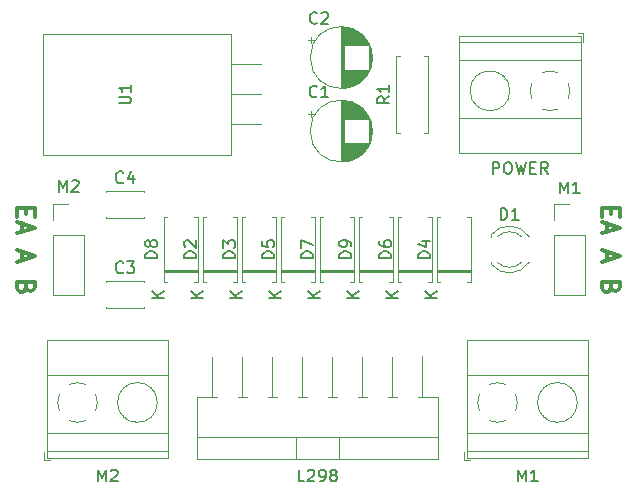
<source format=gbr>
G04 #@! TF.GenerationSoftware,KiCad,Pcbnew,(5.0.2)-1*
G04 #@! TF.CreationDate,2020-05-10T23:04:12+05:30*
G04 #@! TF.ProjectId,L298 Module,4c323938-204d-46f6-9475-6c652e6b6963,V1.0*
G04 #@! TF.SameCoordinates,Original*
G04 #@! TF.FileFunction,Legend,Top*
G04 #@! TF.FilePolarity,Positive*
%FSLAX46Y46*%
G04 Gerber Fmt 4.6, Leading zero omitted, Abs format (unit mm)*
G04 Created by KiCad (PCBNEW (5.0.2)-1) date 05/10/20 23:04:12*
%MOMM*%
%LPD*%
G01*
G04 APERTURE LIST*
%ADD10C,0.300000*%
%ADD11C,0.120000*%
%ADD12C,0.150000*%
G04 APERTURE END LIST*
D10*
X121392142Y-93274000D02*
X121392142Y-93774000D01*
X120606428Y-93988285D02*
X120606428Y-93274000D01*
X122106428Y-93274000D01*
X122106428Y-93988285D01*
X121035000Y-94559714D02*
X121035000Y-95274000D01*
X120606428Y-94416857D02*
X122106428Y-94916857D01*
X120606428Y-95416857D01*
X121035000Y-96988285D02*
X121035000Y-97702571D01*
X120606428Y-96845428D02*
X122106428Y-97345428D01*
X120606428Y-97845428D01*
X121392142Y-99988285D02*
X121320714Y-100202571D01*
X121249285Y-100274000D01*
X121106428Y-100345428D01*
X120892142Y-100345428D01*
X120749285Y-100274000D01*
X120677857Y-100202571D01*
X120606428Y-100059714D01*
X120606428Y-99488285D01*
X122106428Y-99488285D01*
X122106428Y-99988285D01*
X122035000Y-100131142D01*
X121963571Y-100202571D01*
X121820714Y-100274000D01*
X121677857Y-100274000D01*
X121535000Y-100202571D01*
X121463571Y-100131142D01*
X121392142Y-99988285D01*
X121392142Y-99488285D01*
X170922142Y-93274000D02*
X170922142Y-93774000D01*
X170136428Y-93988285D02*
X170136428Y-93274000D01*
X171636428Y-93274000D01*
X171636428Y-93988285D01*
X170565000Y-94559714D02*
X170565000Y-95274000D01*
X170136428Y-94416857D02*
X171636428Y-94916857D01*
X170136428Y-95416857D01*
X170565000Y-96988285D02*
X170565000Y-97702571D01*
X170136428Y-96845428D02*
X171636428Y-97345428D01*
X170136428Y-97845428D01*
X170922142Y-99988285D02*
X170850714Y-100202571D01*
X170779285Y-100274000D01*
X170636428Y-100345428D01*
X170422142Y-100345428D01*
X170279285Y-100274000D01*
X170207857Y-100202571D01*
X170136428Y-100059714D01*
X170136428Y-99488285D01*
X171636428Y-99488285D01*
X171636428Y-99988285D01*
X171565000Y-100131142D01*
X171493571Y-100202571D01*
X171350714Y-100274000D01*
X171207857Y-100274000D01*
X171065000Y-100202571D01*
X170993571Y-100131142D01*
X170922142Y-99988285D01*
X170922142Y-99488285D01*
D11*
G04 #@! TO.C,U1*
X138710000Y-81104000D02*
X141250000Y-81104000D01*
X138710000Y-83644000D02*
X141250000Y-83644000D01*
X138710000Y-86184000D02*
X141250000Y-86184000D01*
X122820000Y-78524000D02*
X138710000Y-78524000D01*
X122820000Y-88764000D02*
X138710000Y-88764000D01*
X122820000Y-88764000D02*
X122820000Y-78524000D01*
X138710000Y-88764000D02*
X138710000Y-78524000D01*
G04 #@! TO.C,C1*
X150682000Y-86741000D02*
G75*
G03X150682000Y-86741000I-2620000J0D01*
G01*
X148062000Y-84161000D02*
X148062000Y-89321000D01*
X148102000Y-84161000D02*
X148102000Y-89321000D01*
X148142000Y-84162000D02*
X148142000Y-89320000D01*
X148182000Y-84163000D02*
X148182000Y-89319000D01*
X148222000Y-84165000D02*
X148222000Y-89317000D01*
X148262000Y-84168000D02*
X148262000Y-89314000D01*
X148302000Y-84172000D02*
X148302000Y-85701000D01*
X148302000Y-87781000D02*
X148302000Y-89310000D01*
X148342000Y-84176000D02*
X148342000Y-85701000D01*
X148342000Y-87781000D02*
X148342000Y-89306000D01*
X148382000Y-84180000D02*
X148382000Y-85701000D01*
X148382000Y-87781000D02*
X148382000Y-89302000D01*
X148422000Y-84185000D02*
X148422000Y-85701000D01*
X148422000Y-87781000D02*
X148422000Y-89297000D01*
X148462000Y-84191000D02*
X148462000Y-85701000D01*
X148462000Y-87781000D02*
X148462000Y-89291000D01*
X148502000Y-84198000D02*
X148502000Y-85701000D01*
X148502000Y-87781000D02*
X148502000Y-89284000D01*
X148542000Y-84205000D02*
X148542000Y-85701000D01*
X148542000Y-87781000D02*
X148542000Y-89277000D01*
X148582000Y-84213000D02*
X148582000Y-85701000D01*
X148582000Y-87781000D02*
X148582000Y-89269000D01*
X148622000Y-84221000D02*
X148622000Y-85701000D01*
X148622000Y-87781000D02*
X148622000Y-89261000D01*
X148662000Y-84230000D02*
X148662000Y-85701000D01*
X148662000Y-87781000D02*
X148662000Y-89252000D01*
X148702000Y-84240000D02*
X148702000Y-85701000D01*
X148702000Y-87781000D02*
X148702000Y-89242000D01*
X148742000Y-84250000D02*
X148742000Y-85701000D01*
X148742000Y-87781000D02*
X148742000Y-89232000D01*
X148783000Y-84261000D02*
X148783000Y-85701000D01*
X148783000Y-87781000D02*
X148783000Y-89221000D01*
X148823000Y-84273000D02*
X148823000Y-85701000D01*
X148823000Y-87781000D02*
X148823000Y-89209000D01*
X148863000Y-84286000D02*
X148863000Y-85701000D01*
X148863000Y-87781000D02*
X148863000Y-89196000D01*
X148903000Y-84299000D02*
X148903000Y-85701000D01*
X148903000Y-87781000D02*
X148903000Y-89183000D01*
X148943000Y-84313000D02*
X148943000Y-85701000D01*
X148943000Y-87781000D02*
X148943000Y-89169000D01*
X148983000Y-84327000D02*
X148983000Y-85701000D01*
X148983000Y-87781000D02*
X148983000Y-89155000D01*
X149023000Y-84343000D02*
X149023000Y-85701000D01*
X149023000Y-87781000D02*
X149023000Y-89139000D01*
X149063000Y-84359000D02*
X149063000Y-85701000D01*
X149063000Y-87781000D02*
X149063000Y-89123000D01*
X149103000Y-84376000D02*
X149103000Y-85701000D01*
X149103000Y-87781000D02*
X149103000Y-89106000D01*
X149143000Y-84393000D02*
X149143000Y-85701000D01*
X149143000Y-87781000D02*
X149143000Y-89089000D01*
X149183000Y-84412000D02*
X149183000Y-85701000D01*
X149183000Y-87781000D02*
X149183000Y-89070000D01*
X149223000Y-84431000D02*
X149223000Y-85701000D01*
X149223000Y-87781000D02*
X149223000Y-89051000D01*
X149263000Y-84451000D02*
X149263000Y-85701000D01*
X149263000Y-87781000D02*
X149263000Y-89031000D01*
X149303000Y-84473000D02*
X149303000Y-85701000D01*
X149303000Y-87781000D02*
X149303000Y-89009000D01*
X149343000Y-84494000D02*
X149343000Y-85701000D01*
X149343000Y-87781000D02*
X149343000Y-88988000D01*
X149383000Y-84517000D02*
X149383000Y-85701000D01*
X149383000Y-87781000D02*
X149383000Y-88965000D01*
X149423000Y-84541000D02*
X149423000Y-85701000D01*
X149423000Y-87781000D02*
X149423000Y-88941000D01*
X149463000Y-84566000D02*
X149463000Y-85701000D01*
X149463000Y-87781000D02*
X149463000Y-88916000D01*
X149503000Y-84592000D02*
X149503000Y-85701000D01*
X149503000Y-87781000D02*
X149503000Y-88890000D01*
X149543000Y-84619000D02*
X149543000Y-85701000D01*
X149543000Y-87781000D02*
X149543000Y-88863000D01*
X149583000Y-84646000D02*
X149583000Y-85701000D01*
X149583000Y-87781000D02*
X149583000Y-88836000D01*
X149623000Y-84676000D02*
X149623000Y-85701000D01*
X149623000Y-87781000D02*
X149623000Y-88806000D01*
X149663000Y-84706000D02*
X149663000Y-85701000D01*
X149663000Y-87781000D02*
X149663000Y-88776000D01*
X149703000Y-84737000D02*
X149703000Y-85701000D01*
X149703000Y-87781000D02*
X149703000Y-88745000D01*
X149743000Y-84770000D02*
X149743000Y-85701000D01*
X149743000Y-87781000D02*
X149743000Y-88712000D01*
X149783000Y-84804000D02*
X149783000Y-85701000D01*
X149783000Y-87781000D02*
X149783000Y-88678000D01*
X149823000Y-84840000D02*
X149823000Y-85701000D01*
X149823000Y-87781000D02*
X149823000Y-88642000D01*
X149863000Y-84877000D02*
X149863000Y-85701000D01*
X149863000Y-87781000D02*
X149863000Y-88605000D01*
X149903000Y-84915000D02*
X149903000Y-85701000D01*
X149903000Y-87781000D02*
X149903000Y-88567000D01*
X149943000Y-84956000D02*
X149943000Y-85701000D01*
X149943000Y-87781000D02*
X149943000Y-88526000D01*
X149983000Y-84998000D02*
X149983000Y-85701000D01*
X149983000Y-87781000D02*
X149983000Y-88484000D01*
X150023000Y-85042000D02*
X150023000Y-85701000D01*
X150023000Y-87781000D02*
X150023000Y-88440000D01*
X150063000Y-85088000D02*
X150063000Y-85701000D01*
X150063000Y-87781000D02*
X150063000Y-88394000D01*
X150103000Y-85136000D02*
X150103000Y-85701000D01*
X150103000Y-87781000D02*
X150103000Y-88346000D01*
X150143000Y-85187000D02*
X150143000Y-85701000D01*
X150143000Y-87781000D02*
X150143000Y-88295000D01*
X150183000Y-85241000D02*
X150183000Y-85701000D01*
X150183000Y-87781000D02*
X150183000Y-88241000D01*
X150223000Y-85298000D02*
X150223000Y-85701000D01*
X150223000Y-87781000D02*
X150223000Y-88184000D01*
X150263000Y-85358000D02*
X150263000Y-85701000D01*
X150263000Y-87781000D02*
X150263000Y-88124000D01*
X150303000Y-85422000D02*
X150303000Y-85701000D01*
X150303000Y-87781000D02*
X150303000Y-88060000D01*
X150343000Y-85490000D02*
X150343000Y-85701000D01*
X150343000Y-87781000D02*
X150343000Y-87992000D01*
X150383000Y-85563000D02*
X150383000Y-87919000D01*
X150423000Y-85643000D02*
X150423000Y-87839000D01*
X150463000Y-85730000D02*
X150463000Y-87752000D01*
X150503000Y-85826000D02*
X150503000Y-87656000D01*
X150543000Y-85936000D02*
X150543000Y-87546000D01*
X150583000Y-86064000D02*
X150583000Y-87418000D01*
X150623000Y-86223000D02*
X150623000Y-87259000D01*
X150663000Y-86457000D02*
X150663000Y-87025000D01*
X145257225Y-85266000D02*
X145757225Y-85266000D01*
X145507225Y-85016000D02*
X145507225Y-85516000D01*
G04 #@! TO.C,C2*
X145507225Y-78793000D02*
X145507225Y-79293000D01*
X145257225Y-79043000D02*
X145757225Y-79043000D01*
X150663000Y-80234000D02*
X150663000Y-80802000D01*
X150623000Y-80000000D02*
X150623000Y-81036000D01*
X150583000Y-79841000D02*
X150583000Y-81195000D01*
X150543000Y-79713000D02*
X150543000Y-81323000D01*
X150503000Y-79603000D02*
X150503000Y-81433000D01*
X150463000Y-79507000D02*
X150463000Y-81529000D01*
X150423000Y-79420000D02*
X150423000Y-81616000D01*
X150383000Y-79340000D02*
X150383000Y-81696000D01*
X150343000Y-81558000D02*
X150343000Y-81769000D01*
X150343000Y-79267000D02*
X150343000Y-79478000D01*
X150303000Y-81558000D02*
X150303000Y-81837000D01*
X150303000Y-79199000D02*
X150303000Y-79478000D01*
X150263000Y-81558000D02*
X150263000Y-81901000D01*
X150263000Y-79135000D02*
X150263000Y-79478000D01*
X150223000Y-81558000D02*
X150223000Y-81961000D01*
X150223000Y-79075000D02*
X150223000Y-79478000D01*
X150183000Y-81558000D02*
X150183000Y-82018000D01*
X150183000Y-79018000D02*
X150183000Y-79478000D01*
X150143000Y-81558000D02*
X150143000Y-82072000D01*
X150143000Y-78964000D02*
X150143000Y-79478000D01*
X150103000Y-81558000D02*
X150103000Y-82123000D01*
X150103000Y-78913000D02*
X150103000Y-79478000D01*
X150063000Y-81558000D02*
X150063000Y-82171000D01*
X150063000Y-78865000D02*
X150063000Y-79478000D01*
X150023000Y-81558000D02*
X150023000Y-82217000D01*
X150023000Y-78819000D02*
X150023000Y-79478000D01*
X149983000Y-81558000D02*
X149983000Y-82261000D01*
X149983000Y-78775000D02*
X149983000Y-79478000D01*
X149943000Y-81558000D02*
X149943000Y-82303000D01*
X149943000Y-78733000D02*
X149943000Y-79478000D01*
X149903000Y-81558000D02*
X149903000Y-82344000D01*
X149903000Y-78692000D02*
X149903000Y-79478000D01*
X149863000Y-81558000D02*
X149863000Y-82382000D01*
X149863000Y-78654000D02*
X149863000Y-79478000D01*
X149823000Y-81558000D02*
X149823000Y-82419000D01*
X149823000Y-78617000D02*
X149823000Y-79478000D01*
X149783000Y-81558000D02*
X149783000Y-82455000D01*
X149783000Y-78581000D02*
X149783000Y-79478000D01*
X149743000Y-81558000D02*
X149743000Y-82489000D01*
X149743000Y-78547000D02*
X149743000Y-79478000D01*
X149703000Y-81558000D02*
X149703000Y-82522000D01*
X149703000Y-78514000D02*
X149703000Y-79478000D01*
X149663000Y-81558000D02*
X149663000Y-82553000D01*
X149663000Y-78483000D02*
X149663000Y-79478000D01*
X149623000Y-81558000D02*
X149623000Y-82583000D01*
X149623000Y-78453000D02*
X149623000Y-79478000D01*
X149583000Y-81558000D02*
X149583000Y-82613000D01*
X149583000Y-78423000D02*
X149583000Y-79478000D01*
X149543000Y-81558000D02*
X149543000Y-82640000D01*
X149543000Y-78396000D02*
X149543000Y-79478000D01*
X149503000Y-81558000D02*
X149503000Y-82667000D01*
X149503000Y-78369000D02*
X149503000Y-79478000D01*
X149463000Y-81558000D02*
X149463000Y-82693000D01*
X149463000Y-78343000D02*
X149463000Y-79478000D01*
X149423000Y-81558000D02*
X149423000Y-82718000D01*
X149423000Y-78318000D02*
X149423000Y-79478000D01*
X149383000Y-81558000D02*
X149383000Y-82742000D01*
X149383000Y-78294000D02*
X149383000Y-79478000D01*
X149343000Y-81558000D02*
X149343000Y-82765000D01*
X149343000Y-78271000D02*
X149343000Y-79478000D01*
X149303000Y-81558000D02*
X149303000Y-82786000D01*
X149303000Y-78250000D02*
X149303000Y-79478000D01*
X149263000Y-81558000D02*
X149263000Y-82808000D01*
X149263000Y-78228000D02*
X149263000Y-79478000D01*
X149223000Y-81558000D02*
X149223000Y-82828000D01*
X149223000Y-78208000D02*
X149223000Y-79478000D01*
X149183000Y-81558000D02*
X149183000Y-82847000D01*
X149183000Y-78189000D02*
X149183000Y-79478000D01*
X149143000Y-81558000D02*
X149143000Y-82866000D01*
X149143000Y-78170000D02*
X149143000Y-79478000D01*
X149103000Y-81558000D02*
X149103000Y-82883000D01*
X149103000Y-78153000D02*
X149103000Y-79478000D01*
X149063000Y-81558000D02*
X149063000Y-82900000D01*
X149063000Y-78136000D02*
X149063000Y-79478000D01*
X149023000Y-81558000D02*
X149023000Y-82916000D01*
X149023000Y-78120000D02*
X149023000Y-79478000D01*
X148983000Y-81558000D02*
X148983000Y-82932000D01*
X148983000Y-78104000D02*
X148983000Y-79478000D01*
X148943000Y-81558000D02*
X148943000Y-82946000D01*
X148943000Y-78090000D02*
X148943000Y-79478000D01*
X148903000Y-81558000D02*
X148903000Y-82960000D01*
X148903000Y-78076000D02*
X148903000Y-79478000D01*
X148863000Y-81558000D02*
X148863000Y-82973000D01*
X148863000Y-78063000D02*
X148863000Y-79478000D01*
X148823000Y-81558000D02*
X148823000Y-82986000D01*
X148823000Y-78050000D02*
X148823000Y-79478000D01*
X148783000Y-81558000D02*
X148783000Y-82998000D01*
X148783000Y-78038000D02*
X148783000Y-79478000D01*
X148742000Y-81558000D02*
X148742000Y-83009000D01*
X148742000Y-78027000D02*
X148742000Y-79478000D01*
X148702000Y-81558000D02*
X148702000Y-83019000D01*
X148702000Y-78017000D02*
X148702000Y-79478000D01*
X148662000Y-81558000D02*
X148662000Y-83029000D01*
X148662000Y-78007000D02*
X148662000Y-79478000D01*
X148622000Y-81558000D02*
X148622000Y-83038000D01*
X148622000Y-77998000D02*
X148622000Y-79478000D01*
X148582000Y-81558000D02*
X148582000Y-83046000D01*
X148582000Y-77990000D02*
X148582000Y-79478000D01*
X148542000Y-81558000D02*
X148542000Y-83054000D01*
X148542000Y-77982000D02*
X148542000Y-79478000D01*
X148502000Y-81558000D02*
X148502000Y-83061000D01*
X148502000Y-77975000D02*
X148502000Y-79478000D01*
X148462000Y-81558000D02*
X148462000Y-83068000D01*
X148462000Y-77968000D02*
X148462000Y-79478000D01*
X148422000Y-81558000D02*
X148422000Y-83074000D01*
X148422000Y-77962000D02*
X148422000Y-79478000D01*
X148382000Y-81558000D02*
X148382000Y-83079000D01*
X148382000Y-77957000D02*
X148382000Y-79478000D01*
X148342000Y-81558000D02*
X148342000Y-83083000D01*
X148342000Y-77953000D02*
X148342000Y-79478000D01*
X148302000Y-81558000D02*
X148302000Y-83087000D01*
X148302000Y-77949000D02*
X148302000Y-79478000D01*
X148262000Y-77945000D02*
X148262000Y-83091000D01*
X148222000Y-77942000D02*
X148222000Y-83094000D01*
X148182000Y-77940000D02*
X148182000Y-83096000D01*
X148142000Y-77939000D02*
X148142000Y-83097000D01*
X148102000Y-77938000D02*
X148102000Y-83098000D01*
X148062000Y-77938000D02*
X148062000Y-83098000D01*
X150682000Y-80518000D02*
G75*
G03X150682000Y-80518000I-2620000J0D01*
G01*
G04 #@! TO.C,C3*
X131394000Y-101639000D02*
X131394000Y-101704000D01*
X131394000Y-99464000D02*
X131394000Y-99529000D01*
X128154000Y-101639000D02*
X128154000Y-101704000D01*
X128154000Y-99464000D02*
X128154000Y-99529000D01*
X128154000Y-101704000D02*
X131394000Y-101704000D01*
X128154000Y-99464000D02*
X131394000Y-99464000D01*
G04 #@! TO.C,C4*
X128154000Y-91844000D02*
X131394000Y-91844000D01*
X128154000Y-94084000D02*
X131394000Y-94084000D01*
X128154000Y-91844000D02*
X128154000Y-91909000D01*
X128154000Y-94019000D02*
X128154000Y-94084000D01*
X131394000Y-91844000D02*
X131394000Y-91909000D01*
X131394000Y-94019000D02*
X131394000Y-94084000D01*
G04 #@! TO.C,D1*
X163978335Y-95695392D02*
G75*
G03X160746000Y-95538484I-1672335J-1078608D01*
G01*
X163978335Y-97852608D02*
G75*
G02X160746000Y-98009516I-1672335J1078608D01*
G01*
X163347130Y-95694163D02*
G75*
G03X161265039Y-95694000I-1041130J-1079837D01*
G01*
X163347130Y-97853837D02*
G75*
G02X161265039Y-97854000I-1041130J1079837D01*
G01*
X160746000Y-95538000D02*
X160746000Y-95694000D01*
X160746000Y-97854000D02*
X160746000Y-98010000D01*
G04 #@! TO.C,D2*
X136655000Y-99494000D02*
X136325000Y-99494000D01*
X136325000Y-99494000D02*
X136325000Y-94054000D01*
X136325000Y-94054000D02*
X136655000Y-94054000D01*
X138935000Y-99494000D02*
X139265000Y-99494000D01*
X139265000Y-99494000D02*
X139265000Y-94054000D01*
X139265000Y-94054000D02*
X138935000Y-94054000D01*
X136325000Y-98594000D02*
X139265000Y-98594000D01*
X136325000Y-98474000D02*
X139265000Y-98474000D01*
X136325000Y-98714000D02*
X139265000Y-98714000D01*
G04 #@! TO.C,D3*
X139627000Y-98714000D02*
X142567000Y-98714000D01*
X139627000Y-98474000D02*
X142567000Y-98474000D01*
X139627000Y-98594000D02*
X142567000Y-98594000D01*
X142567000Y-94054000D02*
X142237000Y-94054000D01*
X142567000Y-99494000D02*
X142567000Y-94054000D01*
X142237000Y-99494000D02*
X142567000Y-99494000D01*
X139627000Y-94054000D02*
X139957000Y-94054000D01*
X139627000Y-99494000D02*
X139627000Y-94054000D01*
X139957000Y-99494000D02*
X139627000Y-99494000D01*
G04 #@! TO.C,D4*
X156137000Y-98714000D02*
X159077000Y-98714000D01*
X156137000Y-98474000D02*
X159077000Y-98474000D01*
X156137000Y-98594000D02*
X159077000Y-98594000D01*
X159077000Y-94054000D02*
X158747000Y-94054000D01*
X159077000Y-99494000D02*
X159077000Y-94054000D01*
X158747000Y-99494000D02*
X159077000Y-99494000D01*
X156137000Y-94054000D02*
X156467000Y-94054000D01*
X156137000Y-99494000D02*
X156137000Y-94054000D01*
X156467000Y-99494000D02*
X156137000Y-99494000D01*
G04 #@! TO.C,D5*
X143259000Y-99494000D02*
X142929000Y-99494000D01*
X142929000Y-99494000D02*
X142929000Y-94054000D01*
X142929000Y-94054000D02*
X143259000Y-94054000D01*
X145539000Y-99494000D02*
X145869000Y-99494000D01*
X145869000Y-99494000D02*
X145869000Y-94054000D01*
X145869000Y-94054000D02*
X145539000Y-94054000D01*
X142929000Y-98594000D02*
X145869000Y-98594000D01*
X142929000Y-98474000D02*
X145869000Y-98474000D01*
X142929000Y-98714000D02*
X145869000Y-98714000D01*
G04 #@! TO.C,D6*
X153165000Y-99494000D02*
X152835000Y-99494000D01*
X152835000Y-99494000D02*
X152835000Y-94054000D01*
X152835000Y-94054000D02*
X153165000Y-94054000D01*
X155445000Y-99494000D02*
X155775000Y-99494000D01*
X155775000Y-99494000D02*
X155775000Y-94054000D01*
X155775000Y-94054000D02*
X155445000Y-94054000D01*
X152835000Y-98594000D02*
X155775000Y-98594000D01*
X152835000Y-98474000D02*
X155775000Y-98474000D01*
X152835000Y-98714000D02*
X155775000Y-98714000D01*
G04 #@! TO.C,D7*
X146231000Y-98714000D02*
X149171000Y-98714000D01*
X146231000Y-98474000D02*
X149171000Y-98474000D01*
X146231000Y-98594000D02*
X149171000Y-98594000D01*
X149171000Y-94054000D02*
X148841000Y-94054000D01*
X149171000Y-99494000D02*
X149171000Y-94054000D01*
X148841000Y-99494000D02*
X149171000Y-99494000D01*
X146231000Y-94054000D02*
X146561000Y-94054000D01*
X146231000Y-99494000D02*
X146231000Y-94054000D01*
X146561000Y-99494000D02*
X146231000Y-99494000D01*
G04 #@! TO.C,D8*
X133023000Y-98714000D02*
X135963000Y-98714000D01*
X133023000Y-98474000D02*
X135963000Y-98474000D01*
X133023000Y-98594000D02*
X135963000Y-98594000D01*
X135963000Y-94054000D02*
X135633000Y-94054000D01*
X135963000Y-99494000D02*
X135963000Y-94054000D01*
X135633000Y-99494000D02*
X135963000Y-99494000D01*
X133023000Y-94054000D02*
X133353000Y-94054000D01*
X133023000Y-99494000D02*
X133023000Y-94054000D01*
X133353000Y-99494000D02*
X133023000Y-99494000D01*
G04 #@! TO.C,D9*
X149863000Y-99494000D02*
X149533000Y-99494000D01*
X149533000Y-99494000D02*
X149533000Y-94054000D01*
X149533000Y-94054000D02*
X149863000Y-94054000D01*
X152143000Y-99494000D02*
X152473000Y-99494000D01*
X152473000Y-99494000D02*
X152473000Y-94054000D01*
X152473000Y-94054000D02*
X152143000Y-94054000D01*
X149533000Y-98594000D02*
X152473000Y-98594000D01*
X149533000Y-98474000D02*
X152473000Y-98474000D01*
X149533000Y-98714000D02*
X152473000Y-98714000D01*
G04 #@! TO.C,POWER*
X165051682Y-81804244D02*
G75*
G02X165735000Y-81659000I683318J-1534756D01*
G01*
X164199574Y-84022042D02*
G75*
G02X164200000Y-82655000I1535426J683042D01*
G01*
X166418042Y-84874426D02*
G75*
G02X165051000Y-84874000I-683042J1535426D01*
G01*
X167270426Y-82655958D02*
G75*
G02X167270000Y-84023000I-1535426J-683042D01*
G01*
X165706195Y-81658747D02*
G75*
G02X166419000Y-81804000I28805J-1680253D01*
G01*
X162335000Y-83339000D02*
G75*
G03X162335000Y-83339000I-1680000J0D01*
G01*
X168335000Y-79239000D02*
X158055000Y-79239000D01*
X168335000Y-80739000D02*
X158055000Y-80739000D01*
X168335000Y-85640000D02*
X158055000Y-85640000D01*
X168335000Y-88600000D02*
X158055000Y-88600000D01*
X168335000Y-78679000D02*
X158055000Y-78679000D01*
X168335000Y-88600000D02*
X168335000Y-78679000D01*
X158055000Y-88600000D02*
X158055000Y-78679000D01*
X159380000Y-84408000D02*
X159427000Y-84362000D01*
X161689000Y-82100000D02*
X161724000Y-82065000D01*
X159585000Y-84614000D02*
X159620000Y-84578000D01*
X161882000Y-82316000D02*
X161929000Y-82270000D01*
X168575000Y-79179000D02*
X168575000Y-78439000D01*
X168575000Y-78439000D02*
X168075000Y-78439000D01*
G04 #@! TO.C,M1*
X166056000Y-100659000D02*
X168716000Y-100659000D01*
X166056000Y-95519000D02*
X166056000Y-100659000D01*
X168716000Y-95519000D02*
X168716000Y-100659000D01*
X166056000Y-95519000D02*
X168716000Y-95519000D01*
X166056000Y-94249000D02*
X166056000Y-92919000D01*
X166056000Y-92919000D02*
X167386000Y-92919000D01*
G04 #@! TO.C,M2*
X123638000Y-92919000D02*
X124968000Y-92919000D01*
X123638000Y-94249000D02*
X123638000Y-92919000D01*
X123638000Y-95519000D02*
X126298000Y-95519000D01*
X126298000Y-95519000D02*
X126298000Y-100659000D01*
X123638000Y-95519000D02*
X123638000Y-100659000D01*
X123638000Y-100659000D02*
X126298000Y-100659000D01*
G04 #@! TO.C,M1*
X158450000Y-114628000D02*
X158950000Y-114628000D01*
X158450000Y-113888000D02*
X158450000Y-114628000D01*
X165143000Y-110751000D02*
X165096000Y-110797000D01*
X167440000Y-108453000D02*
X167405000Y-108489000D01*
X165336000Y-110967000D02*
X165301000Y-111002000D01*
X167645000Y-108659000D02*
X167598000Y-108705000D01*
X168970000Y-104467000D02*
X168970000Y-114388000D01*
X158690000Y-104467000D02*
X158690000Y-114388000D01*
X158690000Y-114388000D02*
X168970000Y-114388000D01*
X158690000Y-104467000D02*
X168970000Y-104467000D01*
X158690000Y-107427000D02*
X168970000Y-107427000D01*
X158690000Y-112328000D02*
X168970000Y-112328000D01*
X158690000Y-113828000D02*
X168970000Y-113828000D01*
X168050000Y-109728000D02*
G75*
G03X168050000Y-109728000I-1680000J0D01*
G01*
X161318805Y-111408253D02*
G75*
G02X160606000Y-111263000I-28805J1680253D01*
G01*
X159754574Y-110411042D02*
G75*
G02X159755000Y-109044000I1535426J683042D01*
G01*
X160606958Y-108192574D02*
G75*
G02X161974000Y-108193000I683042J-1535426D01*
G01*
X162825426Y-109044958D02*
G75*
G02X162825000Y-110412000I-1535426J-683042D01*
G01*
X161973318Y-111262756D02*
G75*
G02X161290000Y-111408000I-683318J1534756D01*
G01*
G04 #@! TO.C,M2*
X126413318Y-111262756D02*
G75*
G02X125730000Y-111408000I-683318J1534756D01*
G01*
X127265426Y-109044958D02*
G75*
G02X127265000Y-110412000I-1535426J-683042D01*
G01*
X125046958Y-108192574D02*
G75*
G02X126414000Y-108193000I683042J-1535426D01*
G01*
X124194574Y-110411042D02*
G75*
G02X124195000Y-109044000I1535426J683042D01*
G01*
X125758805Y-111408253D02*
G75*
G02X125046000Y-111263000I-28805J1680253D01*
G01*
X132490000Y-109728000D02*
G75*
G03X132490000Y-109728000I-1680000J0D01*
G01*
X123130000Y-113828000D02*
X133410000Y-113828000D01*
X123130000Y-112328000D02*
X133410000Y-112328000D01*
X123130000Y-107427000D02*
X133410000Y-107427000D01*
X123130000Y-104467000D02*
X133410000Y-104467000D01*
X123130000Y-114388000D02*
X133410000Y-114388000D01*
X123130000Y-104467000D02*
X123130000Y-114388000D01*
X133410000Y-104467000D02*
X133410000Y-114388000D01*
X132085000Y-108659000D02*
X132038000Y-108705000D01*
X129776000Y-110967000D02*
X129741000Y-111002000D01*
X131880000Y-108453000D02*
X131845000Y-108489000D01*
X129583000Y-110751000D02*
X129536000Y-110797000D01*
X122890000Y-113888000D02*
X122890000Y-114628000D01*
X122890000Y-114628000D02*
X123390000Y-114628000D01*
G04 #@! TO.C,R1*
X153011000Y-86914000D02*
X152681000Y-86914000D01*
X152681000Y-86914000D02*
X152681000Y-80374000D01*
X152681000Y-80374000D02*
X153011000Y-80374000D01*
X155091000Y-86914000D02*
X155421000Y-86914000D01*
X155421000Y-86914000D02*
X155421000Y-80374000D01*
X155421000Y-80374000D02*
X155091000Y-80374000D01*
G04 #@! TO.C,L298*
X156270000Y-114475000D02*
X135830000Y-114475000D01*
X156270000Y-109234000D02*
X154594000Y-109234000D01*
X152745000Y-109234000D02*
X152054000Y-109234000D01*
X150205000Y-109234000D02*
X149514000Y-109234000D01*
X147665000Y-109234000D02*
X146974000Y-109234000D01*
X145125000Y-109234000D02*
X144434000Y-109234000D01*
X142585000Y-109234000D02*
X141894000Y-109234000D01*
X140045000Y-109234000D02*
X139354000Y-109234000D01*
X137505000Y-109234000D02*
X135830000Y-109234000D01*
X156270000Y-114475000D02*
X156270000Y-109234000D01*
X135830000Y-114475000D02*
X135830000Y-109234000D01*
X156270000Y-112635000D02*
X135830000Y-112635000D01*
X147899000Y-114475000D02*
X147899000Y-112635000D01*
X144200000Y-114475000D02*
X144200000Y-112635000D01*
X154940000Y-109234000D02*
X154940000Y-105825000D01*
X152400000Y-109234000D02*
X152400000Y-105840000D01*
X149860000Y-109234000D02*
X149860000Y-105840000D01*
X147320000Y-109234000D02*
X147320000Y-105840000D01*
X144780000Y-109234000D02*
X144780000Y-105840000D01*
X142240000Y-109234000D02*
X142240000Y-105840000D01*
X139700000Y-109234000D02*
X139700000Y-105840000D01*
X137160000Y-109234000D02*
X137160000Y-105840000D01*
G04 #@! TO.C,U1*
D12*
X129246380Y-84405904D02*
X130055904Y-84405904D01*
X130151142Y-84358285D01*
X130198761Y-84310666D01*
X130246380Y-84215428D01*
X130246380Y-84024952D01*
X130198761Y-83929714D01*
X130151142Y-83882095D01*
X130055904Y-83834476D01*
X129246380Y-83834476D01*
X130246380Y-82834476D02*
X130246380Y-83405904D01*
X130246380Y-83120190D02*
X129246380Y-83120190D01*
X129389238Y-83215428D01*
X129484476Y-83310666D01*
X129532095Y-83405904D01*
G04 #@! TO.C,C1*
X146010333Y-83796142D02*
X145962714Y-83843761D01*
X145819857Y-83891380D01*
X145724619Y-83891380D01*
X145581761Y-83843761D01*
X145486523Y-83748523D01*
X145438904Y-83653285D01*
X145391285Y-83462809D01*
X145391285Y-83319952D01*
X145438904Y-83129476D01*
X145486523Y-83034238D01*
X145581761Y-82939000D01*
X145724619Y-82891380D01*
X145819857Y-82891380D01*
X145962714Y-82939000D01*
X146010333Y-82986619D01*
X146962714Y-83891380D02*
X146391285Y-83891380D01*
X146677000Y-83891380D02*
X146677000Y-82891380D01*
X146581761Y-83034238D01*
X146486523Y-83129476D01*
X146391285Y-83177095D01*
G04 #@! TO.C,C2*
X146010333Y-77573142D02*
X145962714Y-77620761D01*
X145819857Y-77668380D01*
X145724619Y-77668380D01*
X145581761Y-77620761D01*
X145486523Y-77525523D01*
X145438904Y-77430285D01*
X145391285Y-77239809D01*
X145391285Y-77096952D01*
X145438904Y-76906476D01*
X145486523Y-76811238D01*
X145581761Y-76716000D01*
X145724619Y-76668380D01*
X145819857Y-76668380D01*
X145962714Y-76716000D01*
X146010333Y-76763619D01*
X146391285Y-76763619D02*
X146438904Y-76716000D01*
X146534142Y-76668380D01*
X146772238Y-76668380D01*
X146867476Y-76716000D01*
X146915095Y-76763619D01*
X146962714Y-76858857D01*
X146962714Y-76954095D01*
X146915095Y-77096952D01*
X146343666Y-77668380D01*
X146962714Y-77668380D01*
G04 #@! TO.C,C3*
X129607333Y-98691142D02*
X129559714Y-98738761D01*
X129416857Y-98786380D01*
X129321619Y-98786380D01*
X129178761Y-98738761D01*
X129083523Y-98643523D01*
X129035904Y-98548285D01*
X128988285Y-98357809D01*
X128988285Y-98214952D01*
X129035904Y-98024476D01*
X129083523Y-97929238D01*
X129178761Y-97834000D01*
X129321619Y-97786380D01*
X129416857Y-97786380D01*
X129559714Y-97834000D01*
X129607333Y-97881619D01*
X129940666Y-97786380D02*
X130559714Y-97786380D01*
X130226380Y-98167333D01*
X130369238Y-98167333D01*
X130464476Y-98214952D01*
X130512095Y-98262571D01*
X130559714Y-98357809D01*
X130559714Y-98595904D01*
X130512095Y-98691142D01*
X130464476Y-98738761D01*
X130369238Y-98786380D01*
X130083523Y-98786380D01*
X129988285Y-98738761D01*
X129940666Y-98691142D01*
G04 #@! TO.C,C4*
X129607333Y-91071142D02*
X129559714Y-91118761D01*
X129416857Y-91166380D01*
X129321619Y-91166380D01*
X129178761Y-91118761D01*
X129083523Y-91023523D01*
X129035904Y-90928285D01*
X128988285Y-90737809D01*
X128988285Y-90594952D01*
X129035904Y-90404476D01*
X129083523Y-90309238D01*
X129178761Y-90214000D01*
X129321619Y-90166380D01*
X129416857Y-90166380D01*
X129559714Y-90214000D01*
X129607333Y-90261619D01*
X130464476Y-90499714D02*
X130464476Y-91166380D01*
X130226380Y-90118761D02*
X129988285Y-90833047D01*
X130607333Y-90833047D01*
G04 #@! TO.C,D1*
X161567904Y-94266380D02*
X161567904Y-93266380D01*
X161806000Y-93266380D01*
X161948857Y-93314000D01*
X162044095Y-93409238D01*
X162091714Y-93504476D01*
X162139333Y-93694952D01*
X162139333Y-93837809D01*
X162091714Y-94028285D01*
X162044095Y-94123523D01*
X161948857Y-94218761D01*
X161806000Y-94266380D01*
X161567904Y-94266380D01*
X163091714Y-94266380D02*
X162520285Y-94266380D01*
X162806000Y-94266380D02*
X162806000Y-93266380D01*
X162710761Y-93409238D01*
X162615523Y-93504476D01*
X162520285Y-93552095D01*
G04 #@! TO.C,D2*
X135777380Y-97512095D02*
X134777380Y-97512095D01*
X134777380Y-97274000D01*
X134825000Y-97131142D01*
X134920238Y-97035904D01*
X135015476Y-96988285D01*
X135205952Y-96940666D01*
X135348809Y-96940666D01*
X135539285Y-96988285D01*
X135634523Y-97035904D01*
X135729761Y-97131142D01*
X135777380Y-97274000D01*
X135777380Y-97512095D01*
X134872619Y-96559714D02*
X134825000Y-96512095D01*
X134777380Y-96416857D01*
X134777380Y-96178761D01*
X134825000Y-96083523D01*
X134872619Y-96035904D01*
X134967857Y-95988285D01*
X135063095Y-95988285D01*
X135205952Y-96035904D01*
X135777380Y-96607333D01*
X135777380Y-95988285D01*
X136347380Y-100845904D02*
X135347380Y-100845904D01*
X136347380Y-100274476D02*
X135775952Y-100703047D01*
X135347380Y-100274476D02*
X135918809Y-100845904D01*
G04 #@! TO.C,D3*
X139079380Y-97512095D02*
X138079380Y-97512095D01*
X138079380Y-97274000D01*
X138127000Y-97131142D01*
X138222238Y-97035904D01*
X138317476Y-96988285D01*
X138507952Y-96940666D01*
X138650809Y-96940666D01*
X138841285Y-96988285D01*
X138936523Y-97035904D01*
X139031761Y-97131142D01*
X139079380Y-97274000D01*
X139079380Y-97512095D01*
X138079380Y-96607333D02*
X138079380Y-95988285D01*
X138460333Y-96321619D01*
X138460333Y-96178761D01*
X138507952Y-96083523D01*
X138555571Y-96035904D01*
X138650809Y-95988285D01*
X138888904Y-95988285D01*
X138984142Y-96035904D01*
X139031761Y-96083523D01*
X139079380Y-96178761D01*
X139079380Y-96464476D01*
X139031761Y-96559714D01*
X138984142Y-96607333D01*
X139649380Y-100845904D02*
X138649380Y-100845904D01*
X139649380Y-100274476D02*
X139077952Y-100703047D01*
X138649380Y-100274476D02*
X139220809Y-100845904D01*
G04 #@! TO.C,D4*
X155589380Y-97512095D02*
X154589380Y-97512095D01*
X154589380Y-97274000D01*
X154637000Y-97131142D01*
X154732238Y-97035904D01*
X154827476Y-96988285D01*
X155017952Y-96940666D01*
X155160809Y-96940666D01*
X155351285Y-96988285D01*
X155446523Y-97035904D01*
X155541761Y-97131142D01*
X155589380Y-97274000D01*
X155589380Y-97512095D01*
X154922714Y-96083523D02*
X155589380Y-96083523D01*
X154541761Y-96321619D02*
X155256047Y-96559714D01*
X155256047Y-95940666D01*
X156159380Y-100845904D02*
X155159380Y-100845904D01*
X156159380Y-100274476D02*
X155587952Y-100703047D01*
X155159380Y-100274476D02*
X155730809Y-100845904D01*
G04 #@! TO.C,D5*
X142381380Y-97512095D02*
X141381380Y-97512095D01*
X141381380Y-97274000D01*
X141429000Y-97131142D01*
X141524238Y-97035904D01*
X141619476Y-96988285D01*
X141809952Y-96940666D01*
X141952809Y-96940666D01*
X142143285Y-96988285D01*
X142238523Y-97035904D01*
X142333761Y-97131142D01*
X142381380Y-97274000D01*
X142381380Y-97512095D01*
X141381380Y-96035904D02*
X141381380Y-96512095D01*
X141857571Y-96559714D01*
X141809952Y-96512095D01*
X141762333Y-96416857D01*
X141762333Y-96178761D01*
X141809952Y-96083523D01*
X141857571Y-96035904D01*
X141952809Y-95988285D01*
X142190904Y-95988285D01*
X142286142Y-96035904D01*
X142333761Y-96083523D01*
X142381380Y-96178761D01*
X142381380Y-96416857D01*
X142333761Y-96512095D01*
X142286142Y-96559714D01*
X142951380Y-100845904D02*
X141951380Y-100845904D01*
X142951380Y-100274476D02*
X142379952Y-100703047D01*
X141951380Y-100274476D02*
X142522809Y-100845904D01*
G04 #@! TO.C,D6*
X152287380Y-97512095D02*
X151287380Y-97512095D01*
X151287380Y-97274000D01*
X151335000Y-97131142D01*
X151430238Y-97035904D01*
X151525476Y-96988285D01*
X151715952Y-96940666D01*
X151858809Y-96940666D01*
X152049285Y-96988285D01*
X152144523Y-97035904D01*
X152239761Y-97131142D01*
X152287380Y-97274000D01*
X152287380Y-97512095D01*
X151287380Y-96083523D02*
X151287380Y-96274000D01*
X151335000Y-96369238D01*
X151382619Y-96416857D01*
X151525476Y-96512095D01*
X151715952Y-96559714D01*
X152096904Y-96559714D01*
X152192142Y-96512095D01*
X152239761Y-96464476D01*
X152287380Y-96369238D01*
X152287380Y-96178761D01*
X152239761Y-96083523D01*
X152192142Y-96035904D01*
X152096904Y-95988285D01*
X151858809Y-95988285D01*
X151763571Y-96035904D01*
X151715952Y-96083523D01*
X151668333Y-96178761D01*
X151668333Y-96369238D01*
X151715952Y-96464476D01*
X151763571Y-96512095D01*
X151858809Y-96559714D01*
X152857380Y-100845904D02*
X151857380Y-100845904D01*
X152857380Y-100274476D02*
X152285952Y-100703047D01*
X151857380Y-100274476D02*
X152428809Y-100845904D01*
G04 #@! TO.C,D7*
X145683380Y-97512095D02*
X144683380Y-97512095D01*
X144683380Y-97274000D01*
X144731000Y-97131142D01*
X144826238Y-97035904D01*
X144921476Y-96988285D01*
X145111952Y-96940666D01*
X145254809Y-96940666D01*
X145445285Y-96988285D01*
X145540523Y-97035904D01*
X145635761Y-97131142D01*
X145683380Y-97274000D01*
X145683380Y-97512095D01*
X144683380Y-96607333D02*
X144683380Y-95940666D01*
X145683380Y-96369238D01*
X146253380Y-100845904D02*
X145253380Y-100845904D01*
X146253380Y-100274476D02*
X145681952Y-100703047D01*
X145253380Y-100274476D02*
X145824809Y-100845904D01*
G04 #@! TO.C,D8*
X132475380Y-97512095D02*
X131475380Y-97512095D01*
X131475380Y-97274000D01*
X131523000Y-97131142D01*
X131618238Y-97035904D01*
X131713476Y-96988285D01*
X131903952Y-96940666D01*
X132046809Y-96940666D01*
X132237285Y-96988285D01*
X132332523Y-97035904D01*
X132427761Y-97131142D01*
X132475380Y-97274000D01*
X132475380Y-97512095D01*
X131903952Y-96369238D02*
X131856333Y-96464476D01*
X131808714Y-96512095D01*
X131713476Y-96559714D01*
X131665857Y-96559714D01*
X131570619Y-96512095D01*
X131523000Y-96464476D01*
X131475380Y-96369238D01*
X131475380Y-96178761D01*
X131523000Y-96083523D01*
X131570619Y-96035904D01*
X131665857Y-95988285D01*
X131713476Y-95988285D01*
X131808714Y-96035904D01*
X131856333Y-96083523D01*
X131903952Y-96178761D01*
X131903952Y-96369238D01*
X131951571Y-96464476D01*
X131999190Y-96512095D01*
X132094428Y-96559714D01*
X132284904Y-96559714D01*
X132380142Y-96512095D01*
X132427761Y-96464476D01*
X132475380Y-96369238D01*
X132475380Y-96178761D01*
X132427761Y-96083523D01*
X132380142Y-96035904D01*
X132284904Y-95988285D01*
X132094428Y-95988285D01*
X131999190Y-96035904D01*
X131951571Y-96083523D01*
X131903952Y-96178761D01*
X133045380Y-100845904D02*
X132045380Y-100845904D01*
X133045380Y-100274476D02*
X132473952Y-100703047D01*
X132045380Y-100274476D02*
X132616809Y-100845904D01*
G04 #@! TO.C,D9*
X148915380Y-97512095D02*
X147915380Y-97512095D01*
X147915380Y-97274000D01*
X147963000Y-97131142D01*
X148058238Y-97035904D01*
X148153476Y-96988285D01*
X148343952Y-96940666D01*
X148486809Y-96940666D01*
X148677285Y-96988285D01*
X148772523Y-97035904D01*
X148867761Y-97131142D01*
X148915380Y-97274000D01*
X148915380Y-97512095D01*
X148915380Y-96464476D02*
X148915380Y-96274000D01*
X148867761Y-96178761D01*
X148820142Y-96131142D01*
X148677285Y-96035904D01*
X148486809Y-95988285D01*
X148105857Y-95988285D01*
X148010619Y-96035904D01*
X147963000Y-96083523D01*
X147915380Y-96178761D01*
X147915380Y-96369238D01*
X147963000Y-96464476D01*
X148010619Y-96512095D01*
X148105857Y-96559714D01*
X148343952Y-96559714D01*
X148439190Y-96512095D01*
X148486809Y-96464476D01*
X148534428Y-96369238D01*
X148534428Y-96178761D01*
X148486809Y-96083523D01*
X148439190Y-96035904D01*
X148343952Y-95988285D01*
X149555380Y-100845904D02*
X148555380Y-100845904D01*
X149555380Y-100274476D02*
X148983952Y-100703047D01*
X148555380Y-100274476D02*
X149126809Y-100845904D01*
G04 #@! TO.C,POWER*
X160885476Y-90368380D02*
X160885476Y-89368380D01*
X161266428Y-89368380D01*
X161361666Y-89416000D01*
X161409285Y-89463619D01*
X161456904Y-89558857D01*
X161456904Y-89701714D01*
X161409285Y-89796952D01*
X161361666Y-89844571D01*
X161266428Y-89892190D01*
X160885476Y-89892190D01*
X162075952Y-89368380D02*
X162266428Y-89368380D01*
X162361666Y-89416000D01*
X162456904Y-89511238D01*
X162504523Y-89701714D01*
X162504523Y-90035047D01*
X162456904Y-90225523D01*
X162361666Y-90320761D01*
X162266428Y-90368380D01*
X162075952Y-90368380D01*
X161980714Y-90320761D01*
X161885476Y-90225523D01*
X161837857Y-90035047D01*
X161837857Y-89701714D01*
X161885476Y-89511238D01*
X161980714Y-89416000D01*
X162075952Y-89368380D01*
X162837857Y-89368380D02*
X163075952Y-90368380D01*
X163266428Y-89654095D01*
X163456904Y-90368380D01*
X163695000Y-89368380D01*
X164075952Y-89844571D02*
X164409285Y-89844571D01*
X164552142Y-90368380D02*
X164075952Y-90368380D01*
X164075952Y-89368380D01*
X164552142Y-89368380D01*
X165552142Y-90368380D02*
X165218809Y-89892190D01*
X164980714Y-90368380D02*
X164980714Y-89368380D01*
X165361666Y-89368380D01*
X165456904Y-89416000D01*
X165504523Y-89463619D01*
X165552142Y-89558857D01*
X165552142Y-89701714D01*
X165504523Y-89796952D01*
X165456904Y-89844571D01*
X165361666Y-89892190D01*
X164980714Y-89892190D01*
G04 #@! TO.C,M1*
X166576476Y-92019380D02*
X166576476Y-91019380D01*
X166909809Y-91733666D01*
X167243142Y-91019380D01*
X167243142Y-92019380D01*
X168243142Y-92019380D02*
X167671714Y-92019380D01*
X167957428Y-92019380D02*
X167957428Y-91019380D01*
X167862190Y-91162238D01*
X167766952Y-91257476D01*
X167671714Y-91305095D01*
G04 #@! TO.C,M2*
X124158476Y-91892380D02*
X124158476Y-90892380D01*
X124491809Y-91606666D01*
X124825142Y-90892380D01*
X124825142Y-91892380D01*
X125253714Y-90987619D02*
X125301333Y-90940000D01*
X125396571Y-90892380D01*
X125634666Y-90892380D01*
X125729904Y-90940000D01*
X125777523Y-90987619D01*
X125825142Y-91082857D01*
X125825142Y-91178095D01*
X125777523Y-91320952D01*
X125206095Y-91892380D01*
X125825142Y-91892380D01*
G04 #@! TO.C,M1*
X163020476Y-116403380D02*
X163020476Y-115403380D01*
X163353809Y-116117666D01*
X163687142Y-115403380D01*
X163687142Y-116403380D01*
X164687142Y-116403380D02*
X164115714Y-116403380D01*
X164401428Y-116403380D02*
X164401428Y-115403380D01*
X164306190Y-115546238D01*
X164210952Y-115641476D01*
X164115714Y-115689095D01*
G04 #@! TO.C,M2*
X127460476Y-116403380D02*
X127460476Y-115403380D01*
X127793809Y-116117666D01*
X128127142Y-115403380D01*
X128127142Y-116403380D01*
X128555714Y-115498619D02*
X128603333Y-115451000D01*
X128698571Y-115403380D01*
X128936666Y-115403380D01*
X129031904Y-115451000D01*
X129079523Y-115498619D01*
X129127142Y-115593857D01*
X129127142Y-115689095D01*
X129079523Y-115831952D01*
X128508095Y-116403380D01*
X129127142Y-116403380D01*
G04 #@! TO.C,R1*
X152133380Y-83810666D02*
X151657190Y-84144000D01*
X152133380Y-84382095D02*
X151133380Y-84382095D01*
X151133380Y-84001142D01*
X151181000Y-83905904D01*
X151228619Y-83858285D01*
X151323857Y-83810666D01*
X151466714Y-83810666D01*
X151561952Y-83858285D01*
X151609571Y-83905904D01*
X151657190Y-84001142D01*
X151657190Y-84382095D01*
X152133380Y-82858285D02*
X152133380Y-83429714D01*
X152133380Y-83144000D02*
X151133380Y-83144000D01*
X151276238Y-83239238D01*
X151371476Y-83334476D01*
X151419095Y-83429714D01*
G04 #@! TO.C,L298*
X144930951Y-116403380D02*
X144454760Y-116403380D01*
X144454760Y-115403380D01*
X145216665Y-115498619D02*
X145264284Y-115451000D01*
X145359522Y-115403380D01*
X145597618Y-115403380D01*
X145692856Y-115451000D01*
X145740475Y-115498619D01*
X145788094Y-115593857D01*
X145788094Y-115689095D01*
X145740475Y-115831952D01*
X145169046Y-116403380D01*
X145788094Y-116403380D01*
X146264284Y-116403380D02*
X146454760Y-116403380D01*
X146549999Y-116355761D01*
X146597618Y-116308142D01*
X146692856Y-116165285D01*
X146740475Y-115974809D01*
X146740475Y-115593857D01*
X146692856Y-115498619D01*
X146645237Y-115451000D01*
X146549999Y-115403380D01*
X146359522Y-115403380D01*
X146264284Y-115451000D01*
X146216665Y-115498619D01*
X146169046Y-115593857D01*
X146169046Y-115831952D01*
X146216665Y-115927190D01*
X146264284Y-115974809D01*
X146359522Y-116022428D01*
X146549999Y-116022428D01*
X146645237Y-115974809D01*
X146692856Y-115927190D01*
X146740475Y-115831952D01*
X147311903Y-115831952D02*
X147216665Y-115784333D01*
X147169046Y-115736714D01*
X147121427Y-115641476D01*
X147121427Y-115593857D01*
X147169046Y-115498619D01*
X147216665Y-115451000D01*
X147311903Y-115403380D01*
X147502379Y-115403380D01*
X147597618Y-115451000D01*
X147645237Y-115498619D01*
X147692856Y-115593857D01*
X147692856Y-115641476D01*
X147645237Y-115736714D01*
X147597618Y-115784333D01*
X147502379Y-115831952D01*
X147311903Y-115831952D01*
X147216665Y-115879571D01*
X147169046Y-115927190D01*
X147121427Y-116022428D01*
X147121427Y-116212904D01*
X147169046Y-116308142D01*
X147216665Y-116355761D01*
X147311903Y-116403380D01*
X147502379Y-116403380D01*
X147597618Y-116355761D01*
X147645237Y-116308142D01*
X147692856Y-116212904D01*
X147692856Y-116022428D01*
X147645237Y-115927190D01*
X147597618Y-115879571D01*
X147502379Y-115831952D01*
G04 #@! TD*
M02*

</source>
